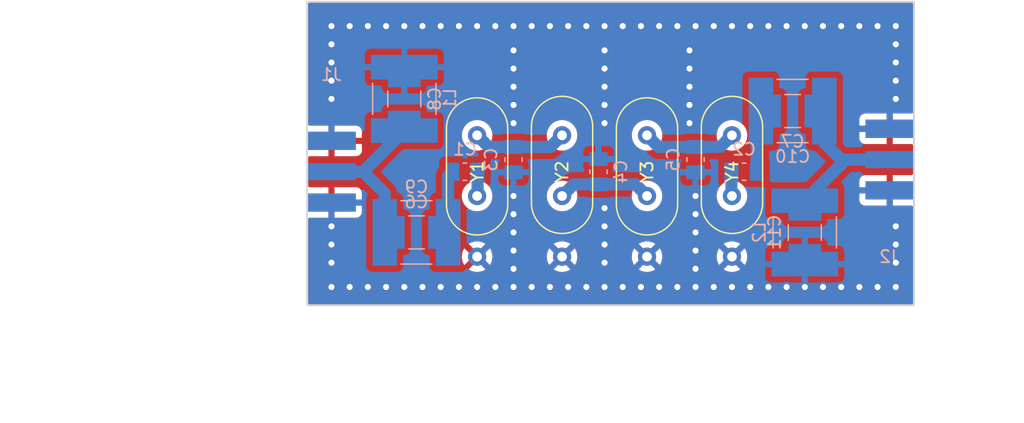
<source format=kicad_pcb>
(kicad_pcb (version 20221018) (generator pcbnew)
  (layers (0 "F.Cu" signal) (31 "B.Cu" signal) (34 "B.Paste" user) (35 "F.Paste" user) (36 "B.SilkS" user "B.Silkscreen") (37 "F.SilkS" user "F.Silkscreen") (38 "B.Mask" user) (39 "F.Mask" user) (44 "Edge.Cuts" user))
  (net 0 "")
  (net 1 "Net-(C1-Pad1)")
  (net 2 "Net-(C1-Pad2)")
  (net 3 "Net-(C2-Pad2)")
  (net 4 "Net-(C3-Pad1)")
  (net 5 "GND")
  (net 6 "Net-(C4-Pad1)")
  (net 7 "Net-(C5-Pad1)")
  (net 8 "Net-(C10-Pad1)")
  (net 9 "Net-(C6-Pad2)")
  (net 10 "Net-(C10-Pad2)")
  (footprint "Crystal:Crystal_HC49-U-3Pin_Vertical" (layer "F.Cu") (at 100 97 90)
    (fp_text reference "Y1" (at 2 0 90) (layer "F.SilkS"))
    (fp_text value "10M")
    (fp_line (start -0.685 -2.525) (end 5.565 -2.525) (stroke (width 0.12)) (layer "F.SilkS"))
    (fp_line (start -0.685 2.525) (end 5.565 2.525) (stroke (width 0.12)) (layer "F.SilkS"))
    (fp_arc (start -0.685 2.525) (mid -3.21 0) (end -0.685 -2.525) (stroke (width 0.12)) (layer "F.SilkS"))
    (fp_arc (start 5.565 -2.525) (mid 8.09 0) (end 5.565 2.525) (stroke (width 0.12)) (layer "F.SilkS"))
    (pad "1" thru_hole circle (at 0 0 90) (size 1.5 1.5) (drill 0.8) (layers "*.Cu" "*.Mask") (net 1 "Net-(C1-Pad1)"))
    (pad "2" thru_hole circle (at 5 0 90) (size 1.5 1.5) (drill 0.8) (layers "*.Cu" "*.Mask") (net 4 "Net-(C3-Pad1)"))
    (pad "3" thru_hole circle (at -5 0 90) (size 1.5 1.5) (drill 0.8) (layers "*.Cu" "*.Mask") (net 5 "GND"))
  )
  (footprint "Crystal:Crystal_HC49-U-3Pin_Vertical" (layer "F.Cu") (at 107 92 -90)
    (fp_text reference "Y2" (at 3 0 270) (layer "F.SilkS"))
    (fp_text value "10M")
    (fp_line (start -0.685 -2.525) (end 5.565 -2.525) (stroke (width 0.12)) (layer "F.SilkS"))
    (fp_line (start -0.685 2.525) (end 5.565 2.525) (stroke (width 0.12)) (layer "F.SilkS"))
    (fp_arc (start -0.685 2.525) (mid -3.21 0) (end -0.685 -2.525) (stroke (width 0.12)) (layer "F.SilkS"))
    (fp_arc (start 5.565 -2.525) (mid 8.09 0) (end 5.565 2.525) (stroke (width 0.12)) (layer "F.SilkS"))
    (pad "1" thru_hole circle (at 0 0 270) (size 1.5 1.5) (drill 0.8) (layers "*.Cu" "*.Mask") (net 4 "Net-(C3-Pad1)"))
    (pad "2" thru_hole circle (at 5 0 270) (size 1.5 1.5) (drill 0.8) (layers "*.Cu" "*.Mask") (net 6 "Net-(C4-Pad1)"))
    (pad "3" thru_hole circle (at 10 0 270) (size 1.5 1.5) (drill 0.8) (layers "*.Cu" "*.Mask") (net 5 "GND"))
  )
  (footprint "Crystal:Crystal_HC49-U-3Pin_Vertical" (layer "F.Cu") (at 114 97 90)
    (fp_text reference "Y3" (at 2 0 90) (layer "F.SilkS"))
    (fp_text value "10M")
    (fp_line (start -0.685 -2.525) (end 5.565 -2.525) (stroke (width 0.12)) (layer "F.SilkS"))
    (fp_line (start -0.685 2.525) (end 5.565 2.525) (stroke (width 0.12)) (layer "F.SilkS"))
    (fp_arc (start -0.685 2.525) (mid -3.21 0) (end -0.685 -2.525) (stroke (width 0.12)) (layer "F.SilkS"))
    (fp_arc (start 5.565 -2.525) (mid 8.09 0) (end 5.565 2.525) (stroke (width 0.12)) (layer "F.SilkS"))
    (pad "1" thru_hole circle (at 0 0 90) (size 1.5 1.5) (drill 0.8) (layers "*.Cu" "*.Mask") (net 6 "Net-(C4-Pad1)"))
    (pad "2" thru_hole circle (at 5 0 90) (size 1.5 1.5) (drill 0.8) (layers "*.Cu" "*.Mask") (net 7 "Net-(C5-Pad1)"))
    (pad "3" thru_hole circle (at -5 0 90) (size 1.5 1.5) (drill 0.8) (layers "*.Cu" "*.Mask") (net 5 "GND"))
  )
  (footprint "Crystal:Crystal_HC49-U-3Pin_Vertical" (layer "F.Cu") (at 121 92 -90)
    (fp_text reference "Y4" (at 3 0 270) (layer "F.SilkS"))
    (fp_text value "10M")
    (fp_line (start -0.685 -2.525) (end 5.565 -2.525) (stroke (width 0.12)) (layer "F.SilkS"))
    (fp_line (start -0.685 2.525) (end 5.565 2.525) (stroke (width 0.12)) (layer "F.SilkS"))
    (fp_arc (start -0.685 2.525) (mid -3.21 0) (end -0.685 -2.525) (stroke (width 0.12)) (layer "F.SilkS"))
    (fp_arc (start 5.565 -2.525) (mid 8.09 0) (end 5.565 2.525) (stroke (width 0.12)) (layer "F.SilkS"))
    (pad "1" thru_hole circle (at 0 0 270) (size 1.5 1.5) (drill 0.8) (layers "*.Cu" "*.Mask") (net 7 "Net-(C5-Pad1)"))
    (pad "2" thru_hole circle (at 5 0 270) (size 1.5 1.5) (drill 0.8) (layers "*.Cu" "*.Mask") (net 3 "Net-(C2-Pad2)"))
    (pad "3" thru_hole circle (at 10 0 270) (size 1.5 1.5) (drill 0.8) (layers "*.Cu" "*.Mask") (net 5 "GND"))
  )
  (footprint "via:via" (layer "F.Cu") (at 88 104.5)
    (fp_text reference "REF**" hide)
    (fp_text value "via" hide)
    (pad "1" thru_hole circle (at 0 0) (size 0.9 0.9) (drill 0.5) (layers "*.Cu") (net 5 "GND"))
  )
  (footprint "via:via" (layer "F.Cu") (at 89.5 104.5)
    (fp_text reference "REF**" hide)
    (fp_text value "via" hide)
    (pad "1" thru_hole circle (at 0 0) (size 0.9 0.9) (drill 0.5) (layers "*.Cu") (net 5 "GND"))
  )
  (footprint "via:via" (layer "F.Cu") (at 91 104.5)
    (fp_text reference "REF**" hide)
    (fp_text value "via" hide)
    (pad "1" thru_hole circle (at 0 0) (size 0.9 0.9) (drill 0.5) (layers "*.Cu") (net 5 "GND"))
  )
  (footprint "via:via" (layer "F.Cu") (at 92.5 104.5)
    (fp_text reference "REF**" hide)
    (fp_text value "via" hide)
    (pad "1" thru_hole circle (at 0 0) (size 0.9 0.9) (drill 0.5) (layers "*.Cu") (net 5 "GND"))
  )
  (footprint "via:via" (layer "F.Cu") (at 94 104.5)
    (fp_text reference "REF**" hide)
    (fp_text value "via" hide)
    (pad "1" thru_hole circle (at 0 0) (size 0.9 0.9) (drill 0.5) (layers "*.Cu") (net 5 "GND"))
  )
  (footprint "via:via" (layer "F.Cu") (at 95.5 104.5)
    (fp_text reference "REF**" hide)
    (fp_text value "via" hide)
    (pad "1" thru_hole circle (at 0 0) (size 0.9 0.9) (drill 0.5) (layers "*.Cu") (net 5 "GND"))
  )
  (footprint "via:via" (layer "F.Cu") (at 97 104.5)
    (fp_text reference "REF**" hide)
    (fp_text value "via" hide)
    (pad "1" thru_hole circle (at 0 0) (size 0.9 0.9) (drill 0.5) (layers "*.Cu") (net 5 "GND"))
  )
  (footprint "via:via" (layer "F.Cu") (at 98.5 104.5)
    (fp_text reference "REF**" hide)
    (fp_text value "via" hide)
    (pad "1" thru_hole circle (at 0 0) (size 0.9 0.9) (drill 0.5) (layers "*.Cu") (net 5 "GND"))
  )
  (footprint "via:via" (layer "F.Cu") (at 100 104.5)
    (fp_text reference "REF**" hide)
    (fp_text value "via" hide)
    (pad "1" thru_hole circle (at 0 0) (size 0.9 0.9) (drill 0.5) (layers "*.Cu") (net 5 "GND"))
  )
  (footprint "via:via" (layer "F.Cu") (at 101.5 104.5)
    (fp_text reference "REF**" hide)
    (fp_text value "via" hide)
    (pad "1" thru_hole circle (at 0 0) (size 0.9 0.9) (drill 0.5) (layers "*.Cu") (net 5 "GND"))
  )
  (footprint "via:via" (layer "F.Cu") (at 103 104.5)
    (fp_text reference "REF**" hide)
    (fp_text value "via" hide)
    (pad "1" thru_hole circle (at 0 0) (size 0.9 0.9) (drill 0.5) (layers "*.Cu") (net 5 "GND"))
  )
  (footprint "via:via" (layer "F.Cu") (at 104.5 104.5)
    (fp_text reference "REF**" hide)
    (fp_text value "via" hide)
    (pad "1" thru_hole circle (at 0 0) (size 0.9 0.9) (drill 0.5) (layers "*.Cu") (net 5 "GND"))
  )
  (footprint "via:via" (layer "F.Cu") (at 106 104.5)
    (fp_text reference "REF**" hide)
    (fp_text value "via" hide)
    (pad "1" thru_hole circle (at 0 0) (size 0.9 0.9) (drill 0.5) (layers "*.Cu") (net 5 "GND"))
  )
  (footprint "via:via" (layer "F.Cu") (at 107.5 104.5)
    (fp_text reference "REF**" hide)
    (fp_text value "via" hide)
    (pad "1" thru_hole circle (at 0 0) (size 0.9 0.9) (drill 0.5) (layers "*.Cu") (net 5 "GND"))
  )
  (footprint "via:via" (layer "F.Cu") (at 109 104.5)
    (fp_text reference "REF**" hide)
    (fp_text value "via" hide)
    (pad "1" thru_hole circle (at 0 0) (size 0.9 0.9) (drill 0.5) (layers "*.Cu") (net 5 "GND"))
  )
  (footprint "via:via" (layer "F.Cu") (at 110.5 104.5)
    (fp_text reference "REF**" hide)
    (fp_text value "via" hide)
    (pad "1" thru_hole circle (at 0 0) (size 0.9 0.9) (drill 0.5) (layers "*.Cu") (net 5 "GND"))
  )
  (footprint "via:via" (layer "F.Cu") (at 112 104.5)
    (fp_text reference "REF**" hide)
    (fp_text value "via" hide)
    (pad "1" thru_hole circle (at 0 0) (size 0.9 0.9) (drill 0.5) (layers "*.Cu") (net 5 "GND"))
  )
  (footprint "via:via" (layer "F.Cu") (at 113.5 104.5)
    (fp_text reference "REF**" hide)
    (fp_text value "via" hide)
    (pad "1" thru_hole circle (at 0 0) (size 0.9 0.9) (drill 0.5) (layers "*.Cu") (net 5 "GND"))
  )
  (footprint "via:via" (layer "F.Cu") (at 115 104.5)
    (fp_text reference "REF**" hide)
    (fp_text value "via" hide)
    (pad "1" thru_hole circle (at 0 0) (size 0.9 0.9) (drill 0.5) (layers "*.Cu") (net 5 "GND"))
  )
  (footprint "via:via" (layer "F.Cu") (at 116.5 104.5)
    (fp_text reference "REF**" hide)
    (fp_text value "via" hide)
    (pad "1" thru_hole circle (at 0 0) (size 0.9 0.9) (drill 0.5) (layers "*.Cu") (net 5 "GND"))
  )
  (footprint "via:via" (layer "F.Cu") (at 118 104.5)
    (fp_text reference "REF**" hide)
    (fp_text value "via" hide)
    (pad "1" thru_hole circle (at 0 0) (size 0.9 0.9) (drill 0.5) (layers "*.Cu") (net 5 "GND"))
  )
  (footprint "via:via" (layer "F.Cu") (at 119.5 104.5)
    (fp_text reference "REF**" hide)
    (fp_text value "via" hide)
    (pad "1" thru_hole circle (at 0 0) (size 0.9 0.9) (drill 0.5) (layers "*.Cu") (net 5 "GND"))
  )
  (footprint "via:via" (layer "F.Cu") (at 121 104.5)
    (fp_text reference "REF**" hide)
    (fp_text value "via" hide)
    (pad "1" thru_hole circle (at 0 0) (size 0.9 0.9) (drill 0.5) (layers "*.Cu") (net 5 "GND"))
  )
  (footprint "via:via" (layer "F.Cu") (at 122.5 104.5)
    (fp_text reference "REF**" hide)
    (fp_text value "via" hide)
    (pad "1" thru_hole circle (at 0 0) (size 0.9 0.9) (drill 0.5) (layers "*.Cu") (net 5 "GND"))
  )
  (footprint "via:via" (layer "F.Cu") (at 124 104.5)
    (fp_text reference "REF**" hide)
    (fp_text value "via" hide)
    (pad "1" thru_hole circle (at 0 0) (size 0.9 0.9) (drill 0.5) (layers "*.Cu") (net 5 "GND"))
  )
  (footprint "via:via" (layer "F.Cu") (at 125.5 104.5)
    (fp_text reference "REF**" hide)
    (fp_text value "via" hide)
    (pad "1" thru_hole circle (at 0 0) (size 0.9 0.9) (drill 0.5) (layers "*.Cu") (net 5 "GND"))
  )
  (footprint "via:via" (layer "F.Cu") (at 127 104.5)
    (fp_text reference "REF**" hide)
    (fp_text value "via" hide)
    (pad "1" thru_hole circle (at 0 0) (size 0.9 0.9) (drill 0.5) (layers "*.Cu") (net 5 "GND"))
  )
  (footprint "via:via" (layer "F.Cu") (at 128.5 104.5)
    (fp_text reference "REF**" hide)
    (fp_text value "via" hide)
    (pad "1" thru_hole circle (at 0 0) (size 0.9 0.9) (drill 0.5) (layers "*.Cu") (net 5 "GND"))
  )
  (footprint "via:via" (layer "F.Cu") (at 130 104.5)
    (fp_text reference "REF**" hide)
    (fp_text value "via" hide)
    (pad "1" thru_hole circle (at 0 0) (size 0.9 0.9) (drill 0.5) (layers "*.Cu") (net 5 "GND"))
  )
  (footprint "via:via" (layer "F.Cu") (at 131.5 104.5)
    (fp_text reference "REF**" hide)
    (fp_text value "via" hide)
    (pad "1" thru_hole circle (at 0 0) (size 0.9 0.9) (drill 0.5) (layers "*.Cu") (net 5 "GND"))
  )
  (footprint "via:via" (layer "F.Cu") (at 133 104.5)
    (fp_text reference "REF**" hide)
    (fp_text value "via" hide)
    (pad "1" thru_hole circle (at 0 0) (size 0.9 0.9) (drill 0.5) (layers "*.Cu") (net 5 "GND"))
  )
  (footprint "via:via" (layer "F.Cu") (at 134.5 104.5)
    (fp_text reference "REF**" hide)
    (fp_text value "via" hide)
    (pad "1" thru_hole circle (at 0 0) (size 0.9 0.9) (drill 0.5) (layers "*.Cu") (net 5 "GND"))
  )
  (footprint "via:via" (layer "F.Cu") (at 89.5 83)
    (fp_text reference "REF**" hide)
    (fp_text value "via" hide)
    (pad "1" thru_hole circle (at 0 0) (size 0.9 0.9) (drill 0.5) (layers "*.Cu") (net 5 "GND"))
  )
  (footprint "via:via" (layer "F.Cu") (at 91 83)
    (fp_text reference "REF**" hide)
    (fp_text value "via" hide)
    (pad "1" thru_hole circle (at 0 0) (size 0.9 0.9) (drill 0.5) (layers "*.Cu") (net 5 "GND"))
  )
  (footprint "via:via" (layer "F.Cu") (at 92.5 83)
    (fp_text reference "REF**" hide)
    (fp_text value "via" hide)
    (pad "1" thru_hole circle (at 0 0) (size 0.9 0.9) (drill 0.5) (layers "*.Cu") (net 5 "GND"))
  )
  (footprint "via:via" (layer "F.Cu") (at 94 83)
    (fp_text reference "REF**" hide)
    (fp_text value "via" hide)
    (pad "1" thru_hole circle (at 0 0) (size 0.9 0.9) (drill 0.5) (layers "*.Cu") (net 5 "GND"))
  )
  (footprint "via:via" (layer "F.Cu") (at 95.5 83)
    (fp_text reference "REF**" hide)
    (fp_text value "via" hide)
    (pad "1" thru_hole circle (at 0 0) (size 0.9 0.9) (drill 0.5) (layers "*.Cu") (net 5 "GND"))
  )
  (footprint "via:via" (layer "F.Cu") (at 97 83)
    (fp_text reference "REF**" hide)
    (fp_text value "via" hide)
    (pad "1" thru_hole circle (at 0 0) (size 0.9 0.9) (drill 0.5) (layers "*.Cu") (net 5 "GND"))
  )
  (footprint "via:via" (layer "F.Cu") (at 98.5 83)
    (fp_text reference "REF**" hide)
    (fp_text value "via" hide)
    (pad "1" thru_hole circle (at 0 0) (size 0.9 0.9) (drill 0.5) (layers "*.Cu") (net 5 "GND"))
  )
  (footprint "via:via" (layer "F.Cu") (at 100 83)
    (fp_text reference "REF**" hide)
    (fp_text value "via" hide)
    (pad "1" thru_hole circle (at 0 0) (size 0.9 0.9) (drill 0.5) (layers "*.Cu") (net 5 "GND"))
  )
  (footprint "via:via" (layer "F.Cu") (at 101.5 83)
    (fp_text reference "REF**" hide)
    (fp_text value "via" hide)
    (pad "1" thru_hole circle (at 0 0) (size 0.9 0.9) (drill 0.5) (layers "*.Cu") (net 5 "GND"))
  )
  (footprint "via:via" (layer "F.Cu") (at 103 83)
    (fp_text reference "REF**" hide)
    (fp_text value "via" hide)
    (pad "1" thru_hole circle (at 0 0) (size 0.9 0.9) (drill 0.5) (layers "*.Cu") (net 5 "GND"))
  )
  (footprint "via:via" (layer "F.Cu") (at 104.5 83)
    (fp_text reference "REF**" hide)
    (fp_text value "via" hide)
    (pad "1" thru_hole circle (at 0 0) (size 0.9 0.9) (drill 0.5) (layers "*.Cu") (net 5 "GND"))
  )
  (footprint "via:via" (layer "F.Cu") (at 106 83)
    (fp_text reference "REF**" hide)
    (fp_text value "via" hide)
    (pad "1" thru_hole circle (at 0 0) (size 0.9 0.9) (drill 0.5) (layers "*.Cu") (net 5 "GND"))
  )
  (footprint "via:via" (layer "F.Cu") (at 107.5 83)
    (fp_text reference "REF**" hide)
    (fp_text value "via" hide)
    (pad "1" thru_hole circle (at 0 0) (size 0.9 0.9) (drill 0.5) (layers "*.Cu") (net 5 "GND"))
  )
  (footprint "via:via" (layer "F.Cu") (at 109 83)
    (fp_text reference "REF**" hide)
    (fp_text value "via" hide)
    (pad "1" thru_hole circle (at 0 0) (size 0.9 0.9) (drill 0.5) (layers "*.Cu") (net 5 "GND"))
  )
  (footprint "via:via" (layer "F.Cu") (at 110.5 83)
    (fp_text reference "REF**" hide)
    (fp_text value "via" hide)
    (pad "1" thru_hole circle (at 0 0) (size 0.9 0.9) (drill 0.5) (layers "*.Cu") (net 5 "GND"))
  )
  (footprint "via:via" (layer "F.Cu") (at 112 83)
    (fp_text reference "REF**" hide)
    (fp_text value "via" hide)
    (pad "1" thru_hole circle (at 0 0) (size 0.9 0.9) (drill 0.5) (layers "*.Cu") (net 5 "GND"))
  )
  (footprint "via:via" (layer "F.Cu") (at 113.5 83)
    (fp_text reference "REF**" hide)
    (fp_text value "via" hide)
    (pad "1" thru_hole circle (at 0 0) (size 0.9 0.9) (drill 0.5) (layers "*.Cu") (net 5 "GND"))
  )
  (footprint "via:via" (layer "F.Cu") (at 115 83)
    (fp_text reference "REF**" hide)
    (fp_text value "via" hide)
    (pad "1" thru_hole circle (at 0 0) (size 0.9 0.9) (drill 0.5) (layers "*.Cu") (net 5 "GND"))
  )
  (footprint "via:via" (layer "F.Cu") (at 116.5 83)
    (fp_text reference "REF**" hide)
    (fp_text value "via" hide)
    (pad "1" thru_hole circle (at 0 0) (size 0.9 0.9) (drill 0.5) (layers "*.Cu") (net 5 "GND"))
  )
  (footprint "via:via" (layer "F.Cu") (at 118 83)
    (fp_text reference "REF**" hide)
    (fp_text value "via" hide)
    (pad "1" thru_hole circle (at 0 0) (size 0.9 0.9) (drill 0.5) (layers "*.Cu") (net 5 "GND"))
  )
  (footprint "via:via" (layer "F.Cu") (at 119.5 83)
    (fp_text reference "REF**" hide)
    (fp_text value "via" hide)
    (pad "1" thru_hole circle (at 0 0) (size 0.9 0.9) (drill 0.5) (layers "*.Cu") (net 5 "GND"))
  )
  (footprint "via:via" (layer "F.Cu") (at 121 83)
    (fp_text reference "REF**" hide)
    (fp_text value "via" hide)
    (pad "1" thru_hole circle (at 0 0) (size 0.9 0.9) (drill 0.5) (layers "*.Cu") (net 5 "GND"))
  )
  (footprint "via:via" (layer "F.Cu") (at 122.5 83)
    (fp_text reference "REF**" hide)
    (fp_text value "via" hide)
    (pad "1" thru_hole circle (at 0 0) (size 0.9 0.9) (drill 0.5) (layers "*.Cu") (net 5 "GND"))
  )
  (footprint "via:via" (layer "F.Cu") (at 124 83)
    (fp_text reference "REF**" hide)
    (fp_text value "via" hide)
    (pad "1" thru_hole circle (at 0 0) (size 0.9 0.9) (drill 0.5) (layers "*.Cu") (net 5 "GND"))
  )
  (footprint "via:via" (layer "F.Cu") (at 125.5 83)
    (fp_text reference "REF**" hide)
    (fp_text value "via" hide)
    (pad "1" thru_hole circle (at 0 0) (size 0.9 0.9) (drill 0.5) (layers "*.Cu") (net 5 "GND"))
  )
  (footprint "via:via" (layer "F.Cu") (at 127 83)
    (fp_text reference "REF**" hide)
    (fp_text value "via" hide)
    (pad "1" thru_hole circle (at 0 0) (size 0.9 0.9) (drill 0.5) (layers "*.Cu") (net 5 "GND"))
  )
  (footprint "via:via" (layer "F.Cu") (at 128.5 83)
    (fp_text reference "REF**" hide)
    (fp_text value "via" hide)
    (pad "1" thru_hole circle (at 0 0) (size 0.9 0.9) (drill 0.5) (layers "*.Cu") (net 5 "GND"))
  )
  (footprint "via:via" (layer "F.Cu") (at 130 83)
    (fp_text reference "REF**" hide)
    (fp_text value "via" hide)
    (pad "1" thru_hole circle (at 0 0) (size 0.9 0.9) (drill 0.5) (layers "*.Cu") (net 5 "GND"))
  )
  (footprint "via:via" (layer "F.Cu") (at 131.5 83)
    (fp_text reference "REF**" hide)
    (fp_text value "via" hide)
    (pad "1" thru_hole circle (at 0 0) (size 0.9 0.9) (drill 0.5) (layers "*.Cu") (net 5 "GND"))
  )
  (footprint "via:via" (layer "F.Cu") (at 133 83)
    (fp_text reference "REF**" hide)
    (fp_text value "via" hide)
    (pad "1" thru_hole circle (at 0 0) (size 0.9 0.9) (drill 0.5) (layers "*.Cu") (net 5 "GND"))
  )
  (footprint "via:via" (layer "F.Cu") (at 134.5 83)
    (fp_text reference "REF**" hide)
    (fp_text value "via" hide)
    (pad "1" thru_hole circle (at 0 0) (size 0.9 0.9) (drill 0.5) (layers "*.Cu") (net 5 "GND"))
  )
  (footprint "via:via" (layer "F.Cu") (at 88 84.5)
    (fp_text reference "REF**" hide)
    (fp_text value "via" hide)
    (pad "1" thru_hole circle (at 0 0) (size 0.9 0.9) (drill 0.5) (layers "*.Cu") (net 5 "GND"))
  )
  (footprint "via:via" (layer "F.Cu") (at 88 86)
    (fp_text reference "REF**" hide)
    (fp_text value "via" hide)
    (pad "1" thru_hole circle (at 0 0) (size 0.9 0.9) (drill 0.5) (layers "*.Cu") (net 5 "GND"))
  )
  (footprint "via:via" (layer "F.Cu") (at 88 87.5)
    (fp_text reference "REF**" hide)
    (fp_text value "via" hide)
    (pad "1" thru_hole circle (at 0 0) (size 0.9 0.9) (drill 0.5) (layers "*.Cu") (net 5 "GND"))
  )
  (footprint "via:via" (layer "F.Cu") (at 88 89)
    (fp_text reference "REF**" hide)
    (fp_text value "via" hide)
    (pad "1" thru_hole circle (at 0 0) (size 0.9 0.9) (drill 0.5) (layers "*.Cu") (net 5 "GND"))
  )
  (footprint "via:via" (layer "F.Cu") (at 134.5 84.5)
    (fp_text reference "REF**" hide)
    (fp_text value "via" hide)
    (pad "1" thru_hole circle (at 0 0) (size 0.9 0.9) (drill 0.5) (layers "*.Cu") (net 5 "GND"))
  )
  (footprint "via:via" (layer "F.Cu") (at 134.5 86)
    (fp_text reference "REF**" hide)
    (fp_text value "via" hide)
    (pad "1" thru_hole circle (at 0 0) (size 0.9 0.9) (drill 0.5) (layers "*.Cu") (net 5 "GND"))
  )
  (footprint "via:via" (layer "F.Cu") (at 134.5 87.5)
    (fp_text reference "REF**" hide)
    (fp_text value "via" hide)
    (pad "1" thru_hole circle (at 0 0) (size 0.9 0.9) (drill 0.5) (layers "*.Cu") (net 5 "GND"))
  )
  (footprint "via:via" (layer "F.Cu") (at 134.5 89)
    (fp_text reference "REF**" hide)
    (fp_text value "via" hide)
    (pad "1" thru_hole circle (at 0 0) (size 0.9 0.9) (drill 0.5) (layers "*.Cu") (net 5 "GND"))
  )
  (footprint "via:via" (layer "F.Cu") (at 110.5 99.5)
    (fp_text reference "REF**" hide)
    (fp_text value "via" hide)
    (pad "1" thru_hole circle (at 0 0) (size 0.9 0.9) (drill 0.5) (layers "*.Cu") (net 5 "GND"))
  )
  (footprint "via:via" (layer "F.Cu") (at 110.5 101)
    (fp_text reference "REF**" hide)
    (fp_text value "via" hide)
    (pad "1" thru_hole circle (at 0 0) (size 0.9 0.9) (drill 0.5) (layers "*.Cu") (net 5 "GND"))
  )
  (footprint "via:via" (layer "F.Cu") (at 110.5 102.5)
    (fp_text reference "REF**" hide)
    (fp_text value "via" hide)
    (pad "1" thru_hole circle (at 0 0) (size 0.9 0.9) (drill 0.5) (layers "*.Cu") (net 5 "GND"))
  )
  (footprint "via:via" (layer "F.Cu") (at 88 102.5)
    (fp_text reference "REF**" hide)
    (fp_text value "via" hide)
    (pad "1" thru_hole circle (at 0 0) (size 0.9 0.9) (drill 0.5) (layers "*.Cu") (net 5 "GND"))
  )
  (footprint "via:via" (layer "F.Cu") (at 88 101)
    (fp_text reference "REF**" hide)
    (fp_text value "via" hide)
    (pad "1" thru_hole circle (at 0 0) (size 0.9 0.9) (drill 0.5) (layers "*.Cu") (net 5 "GND"))
  )
  (footprint "via:via" (layer "F.Cu") (at 134.5 102.5)
    (fp_text reference "REF**" hide)
    (fp_text value "via" hide)
    (pad "1" thru_hole circle (at 0 0) (size 0.9 0.9) (drill 0.5) (layers "*.Cu") (net 5 "GND"))
  )
  (footprint "via:via" (layer "F.Cu") (at 134.5 101)
    (fp_text reference "REF**" hide)
    (fp_text value "via" hide)
    (pad "1" thru_hole circle (at 0 0) (size 0.9 0.9) (drill 0.5) (layers "*.Cu") (net 5 "GND"))
  )
  (footprint "via:via" (layer "F.Cu") (at 103 91)
    (fp_text reference "REF**" hide)
    (fp_text value "via" hide)
    (pad "1" thru_hole circle (at 0 0) (size 0.9 0.9) (drill 0.5) (layers "*.Cu") (net 5 "GND"))
  )
  (footprint "via:via" (layer "F.Cu") (at 103 89.5)
    (fp_text reference "REF**" hide)
    (fp_text value "via" hide)
    (pad "1" thru_hole circle (at 0 0) (size 0.9 0.9) (drill 0.5) (layers "*.Cu") (net 5 "GND"))
  )
  (footprint "via:via" (layer "F.Cu") (at 103 88)
    (fp_text reference "REF**" hide)
    (fp_text value "via" hide)
    (pad "1" thru_hole circle (at 0 0) (size 0.9 0.9) (drill 0.5) (layers "*.Cu") (net 5 "GND"))
  )
  (footprint "via:via" (layer "F.Cu") (at 103 86.5)
    (fp_text reference "REF**" hide)
    (fp_text value "via" hide)
    (pad "1" thru_hole circle (at 0 0) (size 0.9 0.9) (drill 0.5) (layers "*.Cu") (net 5 "GND"))
  )
  (footprint "via:via" (layer "F.Cu") (at 110.5 91)
    (fp_text reference "REF**" hide)
    (fp_text value "via" hide)
    (pad "1" thru_hole circle (at 0 0) (size 0.9 0.9) (drill 0.5) (layers "*.Cu") (net 5 "GND"))
  )
  (footprint "via:via" (layer "F.Cu") (at 110.5 89.5)
    (fp_text reference "REF**" hide)
    (fp_text value "via" hide)
    (pad "1" thru_hole circle (at 0 0) (size 0.9 0.9) (drill 0.5) (layers "*.Cu") (net 5 "GND"))
  )
  (footprint "via:via" (layer "F.Cu") (at 110.5 88)
    (fp_text reference "REF**" hide)
    (fp_text value "via" hide)
    (pad "1" thru_hole circle (at 0 0) (size 0.9 0.9) (drill 0.5) (layers "*.Cu") (net 5 "GND"))
  )
  (footprint "via:via" (layer "F.Cu") (at 110.5 86.5)
    (fp_text reference "REF**" hide)
    (fp_text value "via" hide)
    (pad "1" thru_hole circle (at 0 0) (size 0.9 0.9) (drill 0.5) (layers "*.Cu") (net 5 "GND"))
  )
  (footprint "via:via" (layer "F.Cu") (at 117.5 91)
    (fp_text reference "REF**" hide)
    (fp_text value "via" hide)
    (pad "1" thru_hole circle (at 0 0) (size 0.9 0.9) (drill 0.5) (layers "*.Cu") (net 5 "GND"))
  )
  (footprint "via:via" (layer "F.Cu") (at 117.5 89.5)
    (fp_text reference "REF**" hide)
    (fp_text value "via" hide)
    (pad "1" thru_hole circle (at 0 0) (size 0.9 0.9) (drill 0.5) (layers "*.Cu") (net 5 "GND"))
  )
  (footprint "via:via" (layer "F.Cu") (at 117.5 88)
    (fp_text reference "REF**" hide)
    (fp_text value "via" hide)
    (pad "1" thru_hole circle (at 0 0) (size 0.9 0.9) (drill 0.5) (layers "*.Cu") (net 5 "GND"))
  )
  (footprint "via:via" (layer "F.Cu") (at 117.5 86.5)
    (fp_text reference "REF**" hide)
    (fp_text value "via" hide)
    (pad "1" thru_hole circle (at 0 0) (size 0.9 0.9) (drill 0.5) (layers "*.Cu") (net 5 "GND"))
  )
  (footprint "via:via" (layer "F.Cu") (at 103 103)
    (fp_text reference "REF**" hide)
    (fp_text value "via" hide)
    (pad "1" thru_hole circle (at 0 0) (size 0.9 0.9) (drill 0.5) (layers "*.Cu") (net 5 "GND"))
  )
  (footprint "via:via" (layer "F.Cu") (at 103 101.5)
    (fp_text reference "REF**" hide)
    (fp_text value "via" hide)
    (pad "1" thru_hole circle (at 0 0) (size 0.9 0.9) (drill 0.5) (layers "*.Cu") (net 5 "GND"))
  )
  (footprint "via:via" (layer "F.Cu") (at 103 100)
    (fp_text reference "REF**" hide)
    (fp_text value "via" hide)
    (pad "1" thru_hole circle (at 0 0) (size 0.9 0.9) (drill 0.5) (layers "*.Cu") (net 5 "GND"))
  )
  (footprint "via:via" (layer "F.Cu") (at 103 98.5)
    (fp_text reference "REF**" hide)
    (fp_text value "via" hide)
    (pad "1" thru_hole circle (at 0 0) (size 0.9 0.9) (drill 0.5) (layers "*.Cu") (net 5 "GND"))
  )
  (footprint "via:via" (layer "F.Cu") (at 118 103)
    (fp_text reference "REF**" hide)
    (fp_text value "via" hide)
    (pad "1" thru_hole circle (at 0 0) (size 0.9 0.9) (drill 0.5) (layers "*.Cu") (net 5 "GND"))
  )
  (footprint "via:via" (layer "F.Cu") (at 118 101.5)
    (fp_text reference "REF**" hide)
    (fp_text value "via" hide)
    (pad "1" thru_hole circle (at 0 0) (size 0.9 0.9) (drill 0.5) (layers "*.Cu") (net 5 "GND"))
  )
  (footprint "via:via" (layer "F.Cu") (at 118 100)
    (fp_text reference "REF**" hide)
    (fp_text value "via" hide)
    (pad "1" thru_hole circle (at 0 0) (size 0.9 0.9) (drill 0.5) (layers "*.Cu") (net 5 "GND"))
  )
  (footprint "via:via" (layer "F.Cu") (at 118 98.5)
    (fp_text reference "REF**" hide)
    (fp_text value "via" hide)
    (pad "1" thru_hole circle (at 0 0) (size 0.9 0.9) (drill 0.5) (layers "*.Cu") (net 5 "GND"))
  )
  (footprint "via:via" (layer "F.Cu") (at 88 83)
    (fp_text reference "REF**" hide)
    (fp_text value "via" hide)
    (pad "1" thru_hole circle (at 0 0) (size 0.9 0.9) (drill 0.5) (layers "*.Cu") (net 5 "GND"))
  )
  (footprint "via:via" (layer "F.Cu") (at 110.5 98)
    (fp_text reference "REF**" hide)
    (fp_text value "via" hide)
    (pad "1" thru_hole circle (at 0 0) (size 0.9 0.9) (drill 0.5) (layers "*.Cu") (net 5 "GND"))
  )
  (footprint "via:via" (layer "F.Cu") (at 88 99.5)
    (fp_text reference "REF**" hide)
    (fp_text value "via" hide)
    (pad "1" thru_hole circle (at 0 0) (size 0.9 0.9) (drill 0.5) (layers "*.Cu") (net 5 "GND"))
  )
  (footprint "via:via" (layer "F.Cu") (at 134.5 99.5)
    (fp_text reference "REF**" hide)
    (fp_text value "via" hide)
    (pad "1" thru_hole circle (at 0 0) (size 0.9 0.9) (drill 0.5) (layers "*.Cu") (net 5 "GND"))
  )
  (footprint "via:via" (layer "F.Cu") (at 103 85)
    (fp_text reference "REF**" hide)
    (fp_text value "via" hide)
    (pad "1" thru_hole circle (at 0 0) (size 0.9 0.9) (drill 0.5) (layers "*.Cu") (net 5 "GND"))
  )
  (footprint "via:via" (layer "F.Cu") (at 110.5 85)
    (fp_text reference "REF**" hide)
    (fp_text value "via" hide)
    (pad "1" thru_hole circle (at 0 0) (size 0.9 0.9) (drill 0.5) (layers "*.Cu") (net 5 "GND"))
  )
  (footprint "via:via" (layer "F.Cu") (at 117.5 85)
    (fp_text reference "REF**" hide)
    (fp_text value "via" hide)
    (pad "1" thru_hole circle (at 0 0) (size 0.9 0.9) (drill 0.5) (layers "*.Cu") (net 5 "GND"))
  )
  (footprint "via:via" (layer "F.Cu") (at 103 97)
    (fp_text reference "REF**" hide)
    (fp_text value "via" hide)
    (pad "1" thru_hole circle (at 0 0) (size 0.9 0.9) (drill 0.5) (layers "*.Cu") (net 5 "GND"))
  )
  (footprint "via:via" (layer "F.Cu") (at 118 97)
    (fp_text reference "REF**" hide)
    (fp_text value "via" hide)
    (pad "1" thru_hole circle (at 0 0) (size 0.9 0.9) (drill 0.5) (layers "*.Cu") (net 5 "GND"))
  )
  (footprint "Capacitor_SMD:C_0805_2012Metric_Pad1.15x1.50mm_HandSolder" (layer "B.Cu") (at 99 95 180)
    (fp_text reference "C1" (at 0 1.85 180) (layer "B.SilkS") (effects (justify mirror)))
    (fp_text value "C_Small")
    (fp_line (start -0.15 -0.71) (end 0.15 -0.71) (stroke (width 0.12)) (layer "B.SilkS"))
    (fp_line (start -0.15 0.71) (end 0.15 0.71) (stroke (width 0.12)) (layer "B.SilkS"))
    (pad "1" smd rect (at -1.0425 0 180) (size 1.145 1.5) (layers "B.Cu" "B.Paste" "B.Mask") (net 1 "Net-(C1-Pad1)"))
    (pad "2" smd rect (at 1.0425 0 180) (size 1.145 1.5) (layers "B.Cu" "B.Paste" "B.Mask") (net 2 "Net-(C1-Pad2)"))
  )
  (footprint "Capacitor_SMD:C_0805_2012Metric_Pad1.15x1.50mm_HandSolder" (layer "B.Cu") (at 122 95 180)
    (fp_text reference "C2" (at 0 1.85 180) (layer "B.SilkS") (effects (justify mirror)))
    (fp_text value "C_Small")
    (fp_line (start -0.15 -0.71) (end 0.15 -0.71) (stroke (width 0.12)) (layer "B.SilkS"))
    (fp_line (start -0.15 0.71) (end 0.15 0.71) (stroke (width 0.12)) (layer "B.SilkS"))
    (pad "1" smd rect (at -1.0425 0 180) (size 1.145 1.5) (layers "B.Cu" "B.Paste" "B.Mask") (net 8 "Net-(C10-Pad1)"))
    (pad "2" smd rect (at 1.0425 0 180) (size 1.145 1.5) (layers "B.Cu" "B.Paste" "B.Mask") (net 3 "Net-(C2-Pad2)"))
  )
  (footprint "Capacitor_SMD:C_0805_2012Metric_Pad1.15x1.50mm_HandSolder" (layer "B.Cu") (at 103 94 -90)
    (fp_text reference "C3" (at 0 1.85 270) (layer "B.SilkS") (effects (justify mirror)))
    (fp_text value "C_Small")
    (fp_line (start -0.15 -0.71) (end 0.15 -0.71) (stroke (width 0.12)) (layer "B.SilkS"))
    (fp_line (start -0.15 0.71) (end 0.15 0.71) (stroke (width 0.12)) (layer "B.SilkS"))
    (pad "1" smd rect (at -1.0425 0 270) (size 1.145 1.5) (layers "B.Cu" "B.Paste" "B.Mask") (net 4 "Net-(C3-Pad1)"))
    (pad "2" smd rect (at 1.0425 0 270) (size 1.145 1.5) (layers "B.Cu" "B.Paste" "B.Mask") (net 5 "GND"))
  )
  (footprint "Capacitor_SMD:C_0805_2012Metric_Pad1.15x1.50mm_HandSolder" (layer "B.Cu") (at 110 95 90)
    (fp_text reference "C4" (at 0 1.85 90) (layer "B.SilkS") (effects (justify mirror)))
    (fp_text value "C_Small")
    (fp_line (start -0.15 -0.71) (end 0.15 -0.71) (stroke (width 0.12)) (layer "B.SilkS"))
    (fp_line (start -0.15 0.71) (end 0.15 0.71) (stroke (width 0.12)) (layer "B.SilkS"))
    (pad "1" smd rect (at -1.0425 0 90) (size 1.145 1.5) (layers "B.Cu" "B.Paste" "B.Mask") (net 6 "Net-(C4-Pad1)"))
    (pad "2" smd rect (at 1.0425 0 90) (size 1.145 1.5) (layers "B.Cu" "B.Paste" "B.Mask") (net 5 "GND"))
  )
  (footprint "Capacitor_SMD:C_0805_2012Metric_Pad1.15x1.50mm_HandSolder" (layer "B.Cu") (at 118 94 -90)
    (fp_text reference "C5" (at 0 1.85 270) (layer "B.SilkS") (effects (justify mirror)))
    (fp_text value "C_Small")
    (fp_line (start -0.15 -0.71) (end 0.15 -0.71) (stroke (width 0.12)) (layer "B.SilkS"))
    (fp_line (start -0.15 0.71) (end 0.15 0.71) (stroke (width 0.12)) (layer "B.SilkS"))
    (pad "1" smd rect (at -1.0425 0 270) (size 1.145 1.5) (layers "B.Cu" "B.Paste" "B.Mask") (net 7 "Net-(C5-Pad1)"))
    (pad "2" smd rect (at 1.0425 0 270) (size 1.145 1.5) (layers "B.Cu" "B.Paste" "B.Mask") (net 5 "GND"))
  )
  (footprint "SMA_PINS:SMA_EDGE_NRW" (layer "B.Cu") (at 88 95 180)
    (fp_text reference "J1" (at 0 8 180) (layer "B.SilkS") (effects (justify mirror)))
    (fp_text value "Conn_Coaxial" hide)
    (pad "1" smd rect (at 0 0 180) (size 4 1.4) (layers "B.Cu" "B.Paste" "B.Mask") (net 9 "Net-(C6-Pad2)"))
    (pad "2" smd rect (at 0 -2.54 180) (size 4 1.5) (layers "F.Cu" "F.Paste" "F.Mask") (net 5 "GND"))
    (pad "2" smd rect (at 0 -2.54 180) (size 4 1.5) (layers "B.Cu" "B.Paste" "B.Mask") (net 5 "GND"))
    (pad "2" smd rect (at 0 2.54 180) (size 4 1.5) (layers "F.Cu" "F.Paste" "F.Mask") (net 5 "GND"))
    (pad "2" smd rect (at 0 2.54 180) (size 4 1.5) (layers "B.Cu" "B.Paste" "B.Mask") (net 5 "GND"))
  )
  (footprint "SMA_PINS:SMA_EDGE_NRW" (layer "B.Cu") (at 134 94)
    (fp_text reference "J2" (at 0 8) (layer "B.SilkS") (effects (justify mirror)))
    (fp_text value "Conn_Coaxial" hide)
    (pad "1" smd rect (at 0 0) (size 4 1.4) (layers "B.Cu" "B.Paste" "B.Mask") (net 10 "Net-(C10-Pad2)"))
    (pad "2" smd rect (at 0 -2.54) (size 4 1.5) (layers "F.Cu" "F.Paste" "F.Mask") (net 5 "GND"))
    (pad "2" smd rect (at 0 -2.54) (size 4 1.5) (layers "B.Cu" "B.Paste" "B.Mask") (net 5 "GND"))
    (pad "2" smd rect (at 0 2.54) (size 4 1.5) (layers "F.Cu" "F.Paste" "F.Mask") (net 5 "GND"))
    (pad "2" smd rect (at 0 2.54) (size 4 1.5) (layers "B.Cu" "B.Paste" "B.Mask") (net 5 "GND"))
  )
  (footprint "Capacitor_SMD:C_1210_3225Metric_Pad1.24x2.70mm_HandSolder" (layer "B.Cu") (at 95 100 180)
    (fp_text reference "C6" (at 0 2.5 180) (layer "B.SilkS") (effects (justify mirror)))
    (fp_text value "C_Small")
    (fp_line (start -0.65 -1.36) (end 0.65 -1.36) (stroke (width 0.12)) (layer "B.SilkS"))
    (fp_line (start -0.65 1.36) (end 0.65 1.36) (stroke (width 0.12)) (layer "B.SilkS"))
    (pad "1" smd rect (at -1.5925 0 180) (size 1.245 2.7) (layers "B.Cu" "B.Paste" "B.Mask") (net 2 "Net-(C1-Pad2)"))
    (pad "2" smd rect (at 1.5925 0 180) (size 1.245 2.7) (layers "B.Cu" "B.Paste" "B.Mask") (net 9 "Net-(C6-Pad2)"))
  )
  (footprint "Capacitor_SMD:C_1210_3225Metric_Pad1.24x2.70mm_HandSolder" (layer "B.Cu") (at 126 90)
    (fp_text reference "C7" (at 0 2.5) (layer "B.SilkS") (effects (justify mirror)))
    (fp_text value "C_Small")
    (fp_line (start -0.65 -1.36) (end 0.65 -1.36) (stroke (width 0.12)) (layer "B.SilkS"))
    (fp_line (start -0.65 1.36) (end 0.65 1.36) (stroke (width 0.12)) (layer "B.SilkS"))
    (pad "1" smd rect (at -1.5925 0) (size 1.245 2.7) (layers "B.Cu" "B.Paste" "B.Mask") (net 8 "Net-(C10-Pad1)"))
    (pad "2" smd rect (at 1.5925 0) (size 1.245 2.7) (layers "B.Cu" "B.Paste" "B.Mask") (net 10 "Net-(C10-Pad2)"))
  )
  (footprint "Capacitor_SMD:C_1210_3225Metric_Pad1.24x2.70mm_HandSolder" (layer "B.Cu") (at 94 89 90)
    (fp_text reference "C8" (at 0 2.5 90) (layer "B.SilkS") (effects (justify mirror)))
    (fp_text value "C_Small")
    (fp_line (start -0.65 -1.36) (end 0.65 -1.36) (stroke (width 0.12)) (layer "B.SilkS"))
    (fp_line (start -0.65 1.36) (end 0.65 1.36) (stroke (width 0.12)) (layer "B.SilkS"))
    (pad "1" smd rect (at -1.5925 0 90) (size 1.245 2.7) (layers "B.Cu" "B.Paste" "B.Mask") (net 9 "Net-(C6-Pad2)"))
    (pad "2" smd rect (at 1.5925 0 90) (size 1.245 2.7) (layers "B.Cu" "B.Paste" "B.Mask") (net 5 "GND"))
  )
  (footprint "Capacitor_SMD:C_2220_5650Metric_Pad2.02x5.50mm_HandSolder" (layer "B.Cu") (at 95 100 180)
    (fp_text reference "C9" (at 0 3.75 180) (layer "B.SilkS") (effects (justify mirror)))
    (fp_text value "C_Small")
    (fp_line (start -1.28 -2.61) (end 1.28 -2.61) (stroke (width 0.12)) (layer "B.SilkS"))
    (fp_line (start -1.28 2.61) (end 1.28 2.61) (stroke (width 0.12)) (layer "B.SilkS"))
    (pad "1" smd rect (at -2.6125 0 180) (size 2.025 5.5) (layers "B.Cu" "B.Paste" "B.Mask") (net 2 "Net-(C1-Pad2)"))
    (pad "2" smd rect (at 2.6125 0 180) (size 2.025 5.5) (layers "B.Cu" "B.Paste" "B.Mask") (net 9 "Net-(C6-Pad2)"))
  )
  (footprint "Capacitor_SMD:C_2220_5650Metric_Pad2.02x5.50mm_HandSolder" (layer "B.Cu") (at 126 90)
    (fp_text reference "C10" (at 0 3.75) (layer "B.SilkS") (effects (justify mirror)))
    (fp_text value "C_Small")
    (fp_line (start -1.28 -2.61) (end 1.28 -2.61) (stroke (width 0.12)) (layer "B.SilkS"))
    (fp_line (start -1.28 2.61) (end 1.28 2.61) (stroke (width 0.12)) (layer "B.SilkS"))
    (pad "1" smd rect (at -2.6125 0) (size 2.025 5.5) (layers "B.Cu" "B.Paste" "B.Mask") (net 8 "Net-(C10-Pad1)"))
    (pad "2" smd rect (at 2.6125 0) (size 2.025 5.5) (layers "B.Cu" "B.Paste" "B.Mask") (net 10 "Net-(C10-Pad2)"))
  )
  (footprint "Capacitor_SMD:C_1210_3225Metric_Pad1.24x2.70mm_HandSolder" (layer "B.Cu") (at 127 100 -90)
    (fp_text reference "C11" (at 0 2.5 270) (layer "B.SilkS") (effects (justify mirror)))
    (fp_text value "C_Small")
    (fp_line (start -0.65 -1.36) (end 0.65 -1.36) (stroke (width 0.12)) (layer "B.SilkS"))
    (fp_line (start -0.65 1.36) (end 0.65 1.36) (stroke (width 0.12)) (layer "B.SilkS"))
    (pad "1" smd rect (at -1.5925 0 270) (size 1.245 2.7) (layers "B.Cu" "B.Paste" "B.Mask") (net 10 "Net-(C10-Pad2)"))
    (pad "2" smd rect (at 1.5925 0 270) (size 1.245 2.7) (layers "B.Cu" "B.Paste" "B.Mask") (net 5 "GND"))
  )
  (footprint "Capacitor_SMD:C_2220_5650Metric_Pad2.02x5.50mm_HandSolder" (layer "B.Cu") (at 94 89 90)
    (fp_text reference "L1" (at 0 3.75 90) (layer "B.SilkS") (effects (justify mirror)))
    (fp_text value "L_Small")
    (fp_line (start -1.28 -2.61) (end 1.28 -2.61) (stroke (width 0.12)) (layer "B.SilkS"))
    (fp_line (start -1.28 2.61) (end 1.28 2.61) (stroke (width 0.12)) (layer "B.SilkS"))
    (pad "1" smd rect (at -2.6125 0 90) (size 2.025 5.5) (layers "B.Cu" "B.Paste" "B.Mask") (net 9 "Net-(C6-Pad2)"))
    (pad "2" smd rect (at 2.6125 0 90) (size 2.025 5.5) (layers "B.Cu" "B.Paste" "B.Mask") (net 5 "GND"))
  )
  (footprint "Capacitor_SMD:C_2220_5650Metric_Pad2.02x5.50mm_HandSolder" (layer "B.Cu") (at 127 100 -90)
    (fp_text reference "L2" (at 0 3.75 270) (layer "B.SilkS") (effects (justify mirror)))
    (fp_text value "L_Small")
    (fp_line (start -1.28 -2.61) (end 1.28 -2.61) (stroke (width 0.12)) (layer "B.SilkS"))
    (fp_line (start -1.28 2.61) (end 1.28 2.61) (stroke (width 0.12)) (layer "B.SilkS"))
    (pad "1" smd rect (at -2.6125 0 270) (size 2.025 5.5) (layers "B.Cu" "B.Paste" "B.Mask") (net 10 "Net-(C10-Pad2)"))
    (pad "2" smd rect (at 2.6125 0 270) (size 2.025 5.5) (layers "B.Cu" "B.Paste" "B.Mask") (net 5 "GND"))
  )
  (gr_line (start 135 106) (end 86 106) (stroke (width 0.15)) (layer "Edge.Cuts"))
  (gr_line (start 86 81) (end 86 84) (stroke (width 0.15)) (layer "Edge.Cuts"))
  (gr_line (start 135 106) (end 136 106) (stroke (width 0.15)) (layer "Edge.Cuts"))
  (gr_line (start 136 106) (end 136 81) (stroke (width 0.15)) (layer "Edge.Cuts"))
  (gr_line (start 136 81) (end 86 81) (stroke (width 0.15)) (layer "Edge.Cuts"))
  (gr_line (start 86 106) (end 86 84) (stroke (width 0.15)) (layer "Edge.Cuts"))
  (segment (start 100.0425 96.9575) (end 100 97) (width 1) (layer "B.Cu") (net 1))
  (segment (start 100.0425 95) (end 100.0425 96.9575) (width 1) (layer "B.Cu") (net 1))
  (segment (start 97.6125 95.345) (end 97.9575 95) (width 1) (layer "B.Cu") (net 2))
  (segment (start 97.6125 100) (end 97.6125 95.345) (width 1) (layer "B.Cu") (net 2))
  (segment (start 96.5925 100) (end 97.6125 100) (width 1) (layer "B.Cu") (net 2))
  (segment (start 120.9575 96.9575) (end 121 97) (width 1) (layer "B.Cu") (net 3))
  (segment (start 120.9575 95) (end 120.9575 96.9575) (width 1) (layer "B.Cu") (net 3))
  (segment (start 100.9575 92.9575) (end 100 92) (width 1) (layer "B.Cu") (net 4))
  (segment (start 106.0425 92.9575) (end 107 92) (width 1) (layer "B.Cu") (net 4))
  (segment (start 103 92.9575) (end 100.9575 92.9575) (width 1) (layer "B.Cu") (net 4))
  (segment (start 103 92.9575) (end 106.0425 92.9575) (width 1) (layer "B.Cu") (net 4))
  (segment (start 94 87.4075) (end 94 86.3875) (width 1) (layer "B.Cu") (net 5))
  (segment (start 107.9575 96.0425) (end 107 97) (width 1) (layer "B.Cu") (net 6))
  (segment (start 113.0425 96.0425) (end 114 97) (width 1) (layer "B.Cu") (net 6))
  (segment (start 110 96.0425) (end 107.9575 96.0425) (width 1) (layer "B.Cu") (net 6))
  (segment (start 110 96.0425) (end 113.0425 96.0425) (width 1) (layer "B.Cu") (net 6))
  (segment (start 114.9575 92.9575) (end 114 92) (width 1) (layer "B.Cu") (net 7))
  (segment (start 120.0425 92.9575) (end 121 92) (width 1) (layer "B.Cu") (net 7))
  (segment (start 118 92.9575) (end 114.9575 92.9575) (width 1) (layer "B.Cu") (net 7))
  (segment (start 118 92.9575) (end 120.0425 92.9575) (width 1) (layer "B.Cu") (net 7))
  (segment (start 123.0425 91.365) (end 124.4075 90) (width 1) (layer "B.Cu") (net 8))
  (segment (start 123.0425 95) (end 123.0425 91.365) (width 1) (layer "B.Cu") (net 8))
  (segment (start 90.6125 95) (end 94 91.6125) (width 1) (layer "B.Cu") (net 9))
  (segment (start 92.3875 96.775) (end 90.6125 95) (width 1) (layer "B.Cu") (net 9))
  (segment (start 88 95) (end 90.6125 95) (width 1) (layer "B.Cu") (net 9))
  (segment (start 93.4075 100) (end 92.3875 100) (width 1) (layer "B.Cu") (net 9))
  (segment (start 94 90.5925) (end 94 91.6125) (width 1) (layer "B.Cu") (net 9))
  (segment (start 92.3875 100) (end 92.3875 96.775) (width 1) (layer "B.Cu") (net 9))
  (segment (start 130 94) (end 128.6125 92.6125) (width 1) (layer "B.Cu") (net 10))
  (segment (start 128.6125 92.6125) (end 128.6125 90) (width 1) (layer "B.Cu") (net 10))
  (segment (start 130 94.3875) (end 127 97.3875) (width 1) (layer "B.Cu") (net 10))
  (segment (start 133 94) (end 130 94) (width 1) (layer "B.Cu") (net 10))
  (segment (start 130 94) (end 130 94.3875) (width 1) (layer "B.Cu") (net 10))
  (segment (start 127 97.3875) (end 127 98.4075) (width 1) (layer "B.Cu") (net 10))
  (segment (start 127.5925 90) (end 128.6125 90) (width 1) (layer "B.Cu") (net 10))
  (zone (net 5) (net_name "GND") (layer "F.Cu") (connect_pads (clearance 0.508)) (min_thickness 0.254) (fill yes (thermal_gap 0.508) (thermal_bridge_width 0.508))
    (polygon (pts (xy 136 106) (xy 86 106) (xy 86 81) (xy 136 81)))
  )
  (zone (net 5) (net_name "GND") (layer "B.Cu") (connect_pads (clearance 0.508)) (min_thickness 0.254) (fill yes (thermal_gap 0.508) (thermal_bridge_width 0.508))
    (polygon (pts (xy 136 106) (xy 86 106) (xy 86 81) (xy 136 81)))
  )
)
</source>
